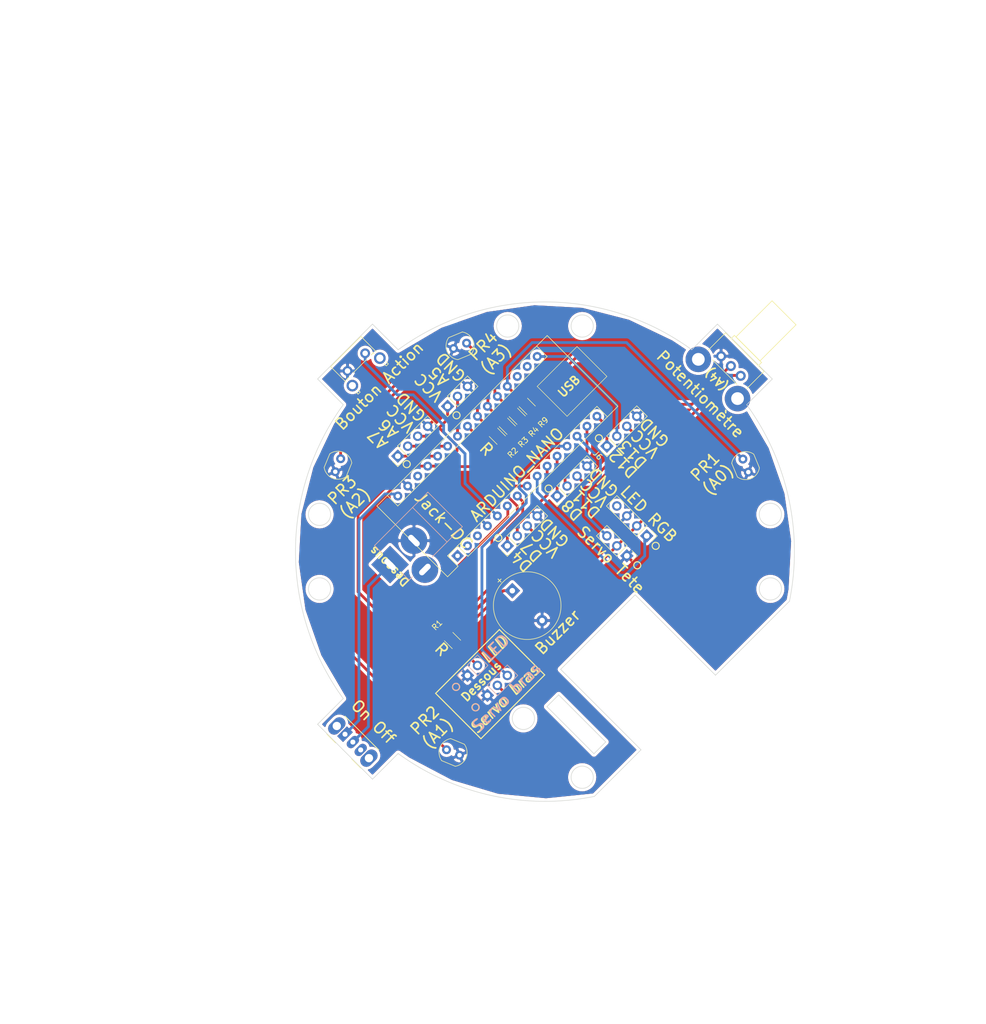
<source format=kicad_pcb>
(kicad_pcb (version 4) (host pcbnew 4.0.7)
  (layers (0 F.Cu signal) (31 B.Cu signal) (34 B.Paste user) (35 F.Paste user) (36 B.SilkS user) (37 F.SilkS user) (38 B.Mask user) (39 F.Mask user) (44 Edge.Cuts user))
  (net 0 "")
  (net 1 "Net-(ARDUINO1-Pad19)")
  (net 2 GND)
  (net 3 "Net-(ARDUINO1-Pad20)")
  (net 4 "Net-(ARDUINO1-Pad5)")
  (net 5 "Net-(ARDUINO1-Pad21)")
  (net 6 "Net-(ARDUINO1-Pad6)")
  (net 7 "Net-(ARDUINO1-Pad22)")
  (net 8 "Net-(ARDUINO1-Pad7)")
  (net 9 "Net-(ARDUINO1-Pad23)")
  (net 10 "Net-(ARDUINO1-Pad8)")
  (net 11 "Net-(ARDUINO1-Pad24)")
  (net 12 "Net-(ARDUINO1-Pad9)")
  (net 13 "Net-(ARDUINO1-Pad25)")
  (net 14 "Net-(ARDUINO1-Pad10)")
  (net 15 "Net-(ARDUINO1-Pad26)")
  (net 16 "Net-(ARDUINO1-Pad11)")
  (net 17 VCC)
  (net 18 "Net-(ARDUINO1-Pad12)")
  (net 19 "Net-(ARDUINO1-Pad13)")
  (net 20 "Net-(ARDUINO1-Pad14)")
  (net 21 "Net-(ARDUINO1-Pad30)")
  (net 22 "Net-(ARDUINO1-Pad15)")
  (net 23 "Net-(ARDUINO1-Pad16)")
  (net 24 "Net-(J4-Pad2)")
  (net 25 "Net-(J8-Pad1)")
  (module Pin_Headers:Pin_Header_Straight_1x03_Pitch2.54mm (layer F.Cu) (at 201.355852 101.295863 225)
    (fp_text reference J1 hide)
    (fp_text value "Servo Tete" (at 2.54 1.524 315) (layer F.SilkS) (effects (font (size 2 2) (thickness 0.3))))
    (fp_line (start -1.33 6.41) (end 1.33 6.41) (layer F.SilkS) (width 0.12))
    (fp_line (start -1.33 1.27) (end -1.33 6.41) (layer F.SilkS) (width 0.12))
    (fp_line (start 1.33 1.27) (end 1.33 6.41) (layer F.SilkS) (width 0.12))
    (fp_line (start -1.33 1.27) (end 1.33 1.27) (layer F.SilkS) (width 0.12))
    (fp_line (start -1.33 0) (end -1.33 -1.33) (layer F.SilkS) (width 0.12))
    (fp_line (start -1.33 -1.33) (end 0 -1.33) (layer F.SilkS) (width 0.12))
    (pad 1 thru_hole rect (at 0 0 225) (size 1.7 1.7) (drill 1) (layers *.Cu *.Mask) (net 2 GND))
    (pad 2 thru_hole oval (at 0 2.54 225) (size 1.7 1.7) (drill 1) (layers *.Cu *.Mask) (net 17 VCC))
    (pad 3 thru_hole oval (at 0 5.08 225) (size 1.7 1.7) (drill 1) (layers *.Cu *.Mask) (net 19 "Net-(ARDUINO1-Pad13)"))
  )
  (module Pin_Headers:Pin_Header_Straight_1x03_Pitch2.54mm (layer B.Cu) (at 176.211135 126.440581 315)
    (fp_text reference J2 hide)
    (fp_text value "Servo bras" (at 2.667 -1.778 405) (layer F.SilkS) (effects (font (size 2 2) (thickness 0.3) italic)))
    (fp_line (start -1.33 -6.41) (end 1.33 -6.41) (layer B.SilkS) (width 0.12))
    (fp_line (start -1.33 -1.27) (end -1.33 -6.41) (layer B.SilkS) (width 0.12))
    (fp_line (start 1.33 -1.27) (end 1.33 -6.41) (layer B.SilkS) (width 0.12))
    (fp_line (start -1.33 -1.27) (end 1.33 -1.27) (layer B.SilkS) (width 0.12))
    (fp_line (start -1.33 0) (end -1.33 1.33) (layer B.SilkS) (width 0.12))
    (fp_line (start -1.33 1.33) (end 0 1.33) (layer B.SilkS) (width 0.12))
    (pad 1 thru_hole rect (at 0 0 315) (size 1.7 1.7) (drill 1) (layers *.Cu *.Mask) (net 2 GND))
    (pad 2 thru_hole oval (at 0 -2.54 315) (size 1.7 1.7) (drill 1) (layers *.Cu *.Mask) (net 17 VCC))
    (pad 3 thru_hole oval (at 0 -5.08 315) (size 1.7 1.7) (drill 1) (layers *.Cu *.Mask) (net 18 "Net-(ARDUINO1-Pad12)"))
  )
  (module Pin_Headers:Pin_Header_Straight_1x04_Pitch2.54mm (layer F.Cu) (at 204.947954 97.703761 225)
    (fp_text reference J3 hide)
    (fp_text value "LED RGB" (at -3.048 2.54 315) (layer F.SilkS) (effects (font (size 2 2) (thickness 0.3))))
    (fp_line (start -1.33 8.95) (end 1.33 8.95) (layer F.SilkS) (width 0.12))
    (fp_line (start -1.33 1.27) (end -1.33 8.95) (layer F.SilkS) (width 0.12))
    (fp_line (start 1.33 1.27) (end 1.33 8.95) (layer F.SilkS) (width 0.12))
    (fp_line (start -1.33 1.27) (end 1.33 1.27) (layer F.SilkS) (width 0.12))
    (fp_line (start -1.33 0) (end -1.33 -1.33) (layer F.SilkS) (width 0.12))
    (fp_line (start -1.33 -1.33) (end 0 -1.33) (layer F.SilkS) (width 0.12))
    (pad 1 thru_hole rect (at 0 0 225) (size 1.7 1.7) (drill 1) (layers *.Cu *.Mask) (net 12 "Net-(ARDUINO1-Pad9)"))
    (pad 2 thru_hole oval (at 0 2.54 225) (size 1.7 1.7) (drill 1) (layers *.Cu *.Mask) (net 17 VCC))
    (pad 3 thru_hole oval (at 0 5.08 225) (size 1.7 1.7) (drill 1) (layers *.Cu *.Mask) (net 2 GND))
    (pad 4 thru_hole oval (at 0 7.62 225) (size 1.7 1.7) (drill 1) (layers *.Cu *.Mask))
  )
  (module Pin_Headers:Pin_Header_Straight_1x02_Pitch2.54mm (layer B.Cu) (at 172.619033 122.848478 315)
    (fp_text reference J4 hide)
    (fp_text value LED (at 0.127 -6.731 405) (layer F.SilkS) (effects (font (size 2 2) (thickness 0.3) italic)))
    (fp_line (start -1.33 -3.87) (end 1.33 -3.87) (layer B.SilkS) (width 0.12))
    (fp_line (start -1.33 -1.27) (end -1.33 -3.87) (layer B.SilkS) (width 0.12))
    (fp_line (start 1.33 -1.27) (end 1.33 -3.87) (layer B.SilkS) (width 0.12))
    (fp_line (start -1.33 -1.27) (end 1.33 -1.27) (layer B.SilkS) (width 0.12))
    (fp_line (start -1.33 0) (end -1.33 1.33) (layer B.SilkS) (width 0.12))
    (fp_line (start -1.33 1.33) (end 0 1.33) (layer B.SilkS) (width 0.12))
    (pad 1 thru_hole rect (at 0 0 315) (size 1.7 1.7) (drill 1) (layers *.Cu *.Mask) (net 2 GND))
    (pad 2 thru_hole oval (at 0 -2.54 315) (size 1.7 1.7) (drill 1) (layers *.Cu *.Mask) (net 24 "Net-(J4-Pad2)"))
  )
  (module Pin_Headers:Pin_Header_Straight_1x04_Pitch2.54mm (layer F.Cu) (at 188.783494 90.519556 135)
    (fp_text reference J5 hide)
    (fp_text value D8-D11 hide)
    (fp_line (start -1.33 8.95) (end 1.33 8.95) (layer F.SilkS) (width 0.12))
    (fp_line (start -1.33 1.27) (end -1.33 8.95) (layer F.SilkS) (width 0.12))
    (fp_line (start 1.33 1.27) (end 1.33 8.95) (layer F.SilkS) (width 0.12))
    (fp_line (start -1.33 1.27) (end 1.33 1.27) (layer F.SilkS) (width 0.12))
    (fp_line (start -1.33 0) (end -1.33 -1.33) (layer F.SilkS) (width 0.12))
    (fp_line (start -1.33 -1.33) (end 0 -1.33) (layer F.SilkS) (width 0.12))
    (pad 1 thru_hole rect (at 0 0 135) (size 1.7 1.7) (drill 1) (layers *.Cu *.Mask) (net 16 "Net-(ARDUINO1-Pad11)"))
    (pad 2 thru_hole oval (at 0 2.54 135) (size 1.7 1.7) (drill 1) (layers *.Cu *.Mask) (net 20 "Net-(ARDUINO1-Pad14)"))
    (pad 3 thru_hole oval (at 0 5.08 135) (size 1.7 1.7) (drill 1) (layers *.Cu *.Mask) (net 17 VCC))
    (pad 4 thru_hole oval (at 0 7.62 135) (size 1.7 1.7) (drill 1) (layers *.Cu *.Mask) (net 2 GND))
  )
  (module Pin_Headers:Pin_Header_Straight_1x04_Pitch2.54mm (layer F.Cu) (at 197.76375 81.539299 135)
    (fp_text reference J6 (at 0 -2.33 135) (layer F.SilkS))
    (fp_text value D12-D13 hide)
    (fp_line (start -1.33 8.95) (end 1.33 8.95) (layer F.SilkS) (width 0.12))
    (fp_line (start -1.33 1.27) (end -1.33 8.95) (layer F.SilkS) (width 0.12))
    (fp_line (start 1.33 1.27) (end 1.33 8.95) (layer F.SilkS) (width 0.12))
    (fp_line (start -1.33 1.27) (end 1.33 1.27) (layer F.SilkS) (width 0.12))
    (fp_line (start -1.33 0) (end -1.33 -1.33) (layer F.SilkS) (width 0.12))
    (fp_line (start -1.33 -1.33) (end 0 -1.33) (layer F.SilkS) (width 0.12))
    (pad 1 thru_hole rect (at 0 0 135) (size 1.7 1.7) (drill 1) (layers *.Cu *.Mask) (net 22 "Net-(ARDUINO1-Pad15)"))
    (pad 2 thru_hole oval (at 0 2.54 135) (size 1.7 1.7) (drill 1) (layers *.Cu *.Mask) (net 23 "Net-(ARDUINO1-Pad16)"))
    (pad 3 thru_hole oval (at 0 5.08 135) (size 1.7 1.7) (drill 1) (layers *.Cu *.Mask) (net 17 VCC))
    (pad 4 thru_hole oval (at 0 7.62 135) (size 1.7 1.7) (drill 1) (layers *.Cu *.Mask) (net 2 GND))
  )
  (module Buttons_Switches_THT:SW_Tactile_SPST_Angled_PTS645Vx83-2LFS (layer F.Cu) (at 150.976616 67.979113 45)
    (fp_text reference J7 hide)
    (fp_text value "Bouton Action" (at 2.159 5.969 45) (layer F.SilkS) (effects (font (size 2 2) (thickness 0.3))))
    (fp_line (start -1.09 0.97) (end -1.09 1.2) (layer F.SilkS) (width 0.12))
    (fp_line (start -1.61 -2.7) (end 6.11 -2.7) (layer F.SilkS) (width 0.12))
    (fp_line (start 6.11 -2.7) (end 6.11 1.2) (layer F.SilkS) (width 0.12))
    (fp_line (start -1.61 4.31) (end -1.09 4.31) (layer F.SilkS) (width 0.12))
    (fp_line (start -1.61 -2.7) (end -1.61 1.2) (layer F.SilkS) (width 0.12))
    (fp_line (start 5.59 0.97) (end 5.59 1.2) (layer F.SilkS) (width 0.12))
    (fp_line (start -1.09 3.8) (end -1.09 4.31) (layer F.SilkS) (width 0.12))
    (fp_line (start -1.61 3.8) (end -1.61 4.31) (layer F.SilkS) (width 0.12))
    (fp_line (start 5.05 0.97) (end 5.59 0.97) (layer F.SilkS) (width 0.12))
    (fp_line (start 5.59 3.8) (end 5.59 4.31) (layer F.SilkS) (width 0.12))
    (fp_line (start 5.59 4.31) (end 6.11 4.31) (layer F.SilkS) (width 0.12))
    (fp_line (start 6.11 3.8) (end 6.11 4.31) (layer F.SilkS) (width 0.12))
    (fp_line (start -1.09 0.97) (end -0.55 0.97) (layer F.SilkS) (width 0.12))
    (fp_line (start 0.55 0.97) (end 3.95 0.97) (layer F.SilkS) (width 0.12))
    (pad "" thru_hole circle (at 5.76 2.49 45) (size 2.1 2.1) (drill 1.3) (layers *.Cu *.Mask))
    (pad 2 thru_hole circle (at 4.5 0 45) (size 1.75 1.75) (drill 0.99) (layers *.Cu *.Mask) (net 4 "Net-(ARDUINO1-Pad5)"))
    (pad 1 thru_hole circle (at 0 0 45) (size 1.75 1.75) (drill 0.99) (layers *.Cu *.Mask) (net 2 GND))
    (pad "" thru_hole circle (at -1.25 2.49 45) (size 2.1 2.1) (drill 1.3) (layers *.Cu *.Mask))
  )
  (module Connectors:JACK_ALIM (layer B.Cu) (at 158.6484 102.87 225)
    (fp_text reference J8 hide)
    (fp_text value Jack-DC (at -12.446 -1.143 315) (layer F.SilkS) (effects (font (size 2 2) (thickness 0.3) italic)))
    (fp_line (start -10.15 4.4) (end -10.15 -4.4) (layer B.SilkS) (width 0.12))
    (fp_line (start -6.35 -4.4) (end -14.05 -4.4) (layer B.SilkS) (width 0.12))
    (fp_line (start -14.05 -4.4) (end -14.05 4.4) (layer B.SilkS) (width 0.12))
    (fp_line (start -14.05 4.4) (end -13.85 4.4) (layer B.SilkS) (width 0.12))
    (fp_line (start -0.45 -2.55) (end -0.45 -4.4) (layer B.SilkS) (width 0.12))
    (fp_line (start -0.45 -4.4) (end -1.3 -4.4) (layer B.SilkS) (width 0.12))
    (fp_line (start -13.95 4.4) (end -0.45 4.4) (layer B.SilkS) (width 0.12))
    (fp_line (start -0.45 4.4) (end -0.45 2.55) (layer B.SilkS) (width 0.12))
    (pad 2 thru_hole circle (at -6.1 0 225) (size 4.8 4.8) (drill oval 1.02 2.54) (layers *.Cu *.Mask) (net 2 GND))
    (pad 1 thru_hole rect (at 0 0 225) (size 4.8 4.8) (drill oval 1.02 2.54) (layers *.Cu *.Mask) (net 25 "Net-(J8-Pad1)"))
    (pad 3 thru_hole circle (at -3.81 -5.08 225) (size 4.8 4.8) (drill oval 2.54 1.02) (layers *.Cu *.Mask))
  )
  (module Buttons_Switches_THT:SW_CuK_OS102011MA1QN1_SPDT_Angled (layer F.Cu) (at 150.527603 133.44518 315)
    (fp_text reference J9 hide)
    (fp_text value "On Off" (at 2.032 -5.207 315) (layer F.SilkS) (effects (font (size 2 2) (thickness 0.3))))
    (fp_line (start -2.3 -2.3) (end 6.3 -2.3) (layer F.SilkS) (width 0.15))
    (fp_line (start -2.3 2.3) (end -0.1 2.3) (layer F.SilkS) (width 0.15))
    (fp_line (start 4 2.3) (end 6.3 2.3) (layer F.SilkS) (width 0.15))
    (pad 1 thru_hole rect (at 0 0 315) (size 1.5 2.5) (drill 0.9) (layers *.Cu *.Mask) (net 21 "Net-(ARDUINO1-Pad30)"))
    (pad 2 thru_hole oval (at 2 0 315) (size 1.5 2.5) (drill 0.9) (layers *.Cu *.Mask) (net 25 "Net-(J8-Pad1)"))
    (pad 3 thru_hole oval (at 4 0 315) (size 1.5 2.5) (drill 0.9) (layers *.Cu *.Mask))
    (pad "" thru_hole oval (at -2.1 0 315) (size 2.2 3.5) (drill 1.5) (layers *.Cu *.Mask))
    (pad "" thru_hole oval (at 6.1 0 315) (size 2.2 3.5) (drill 1.5) (layers *.Cu *.Mask))
  )
  (module Pin_Headers:Pin_Header_Straight_1x04_Pitch2.54mm (layer F.Cu) (at 160.046675 83.335351 135)
    (fp_text reference J10 hide)
    (fp_text value A6-A7 hide)
    (fp_line (start -1.33 8.95) (end 1.33 8.95) (layer F.SilkS) (width 0.12))
    (fp_line (start -1.33 1.27) (end -1.33 8.95) (layer F.SilkS) (width 0.12))
    (fp_line (start 1.33 1.27) (end 1.33 8.95) (layer F.SilkS) (width 0.12))
    (fp_line (start -1.33 1.27) (end 1.33 1.27) (layer F.SilkS) (width 0.12))
    (fp_line (start -1.33 0) (end -1.33 -1.33) (layer F.SilkS) (width 0.12))
    (fp_line (start -1.33 -1.33) (end 0 -1.33) (layer F.SilkS) (width 0.12))
    (pad 1 thru_hole rect (at 0 0 135) (size 1.7 1.7) (drill 1) (layers *.Cu *.Mask) (net 15 "Net-(ARDUINO1-Pad26)"))
    (pad 2 thru_hole oval (at 0 2.54 135) (size 1.7 1.7) (drill 1) (layers *.Cu *.Mask) (net 13 "Net-(ARDUINO1-Pad25)"))
    (pad 3 thru_hole oval (at 0 5.08 135) (size 1.7 1.7) (drill 1) (layers *.Cu *.Mask) (net 17 VCC))
    (pad 4 thru_hole oval (at 0 7.62 135) (size 1.7 1.7) (drill 1) (layers *.Cu *.Mask) (net 2 GND))
  )
  (module Resistors_SMD:R_1206_HandSoldering (layer F.Cu) (at 169.924956 116.562299 315)
    (fp_text reference R1 (at -3.937 0 405) (layer F.SilkS))
    (fp_text value R (at -0.254 2.54 315) (layer F.SilkS) (effects (font (size 2 2) (thickness 0.3))))
    (fp_line (start 1 1.07) (end -1 1.07) (layer F.SilkS) (width 0.12))
    (fp_line (start -1 -1.07) (end 1 -1.07) (layer F.SilkS) (width 0.12))
    (pad 1 smd rect (at -2 0 315) (size 2 1.7) (layers F.Cu F.Paste F.Mask) (net 10 "Net-(ARDUINO1-Pad8)"))
    (pad 2 smd rect (at 2 0 315) (size 2 1.7) (layers F.Cu F.Paste F.Mask) (net 24 "Net-(J4-Pad2)"))
  )
  (module Opto-Devices:Resistor_LDR_4.9x4.2_RM2.54 (layer F.Cu) (at 170.104561 63.937998 22.5)
    (fp_text reference R5 hide)
    (fp_text value R_PHOTO hide)
    (fp_line (start -0.05 2.15) (end 2.6 2.15) (layer F.SilkS) (width 0.12))
    (fp_line (start -0.05 -2.15) (end 2.6 -2.15) (layer F.SilkS) (width 0.12))
    (fp_arc (start 1.25 0) (end -0.05 2.15) (angle 117) (layer F.SilkS) (width 0.12))
    (fp_arc (start 1.25 0) (end 2.6 -2.15) (angle 115) (layer F.SilkS) (width 0.12))
    (pad 1 thru_hole circle (at 0 0 22.5) (size 1.6 1.6) (drill 0.8) (layers *.Cu *.Mask) (net 2 GND))
    (pad 2 thru_hole circle (at 2.54 0 22.5) (size 1.6 1.6) (drill 0.8) (layers *.Cu *.Mask) (net 7 "Net-(ARDUINO1-Pad22)"))
  )
  (module Opto-Devices:Resistor_LDR_4.9x4.2_RM2.54 (layer F.Cu) (at 148.769735 86.14398 67.5)
    (fp_text reference R6 hide)
    (fp_text value R_PHOTO hide)
    (fp_line (start -0.05 2.15) (end 2.6 2.15) (layer F.SilkS) (width 0.12))
    (fp_line (start -0.05 -2.15) (end 2.6 -2.15) (layer F.SilkS) (width 0.12))
    (fp_arc (start 1.25 0) (end -0.05 2.15) (angle 117) (layer F.SilkS) (width 0.12))
    (fp_arc (start 1.25 0) (end 2.6 -2.15) (angle 115) (layer F.SilkS) (width 0.12))
    (pad 1 thru_hole circle (at 0 0 67.5) (size 1.6 1.6) (drill 0.8) (layers *.Cu *.Mask) (net 2 GND))
    (pad 2 thru_hole circle (at 2.54 0 67.5) (size 1.6 1.6) (drill 0.8) (layers *.Cu *.Mask) (net 5 "Net-(ARDUINO1-Pad21)"))
  )
  (module Opto-Devices:Resistor_LDR_4.9x4.2_RM2.54 (layer F.Cu) (at 171.182192 137.216887 157.5)
    (fp_text reference R7 hide)
    (fp_text value R_PHOTO hide)
    (fp_line (start -0.05 2.15) (end 2.6 2.15) (layer F.SilkS) (width 0.12))
    (fp_line (start -0.05 -2.15) (end 2.6 -2.15) (layer F.SilkS) (width 0.12))
    (fp_arc (start 1.25 0) (end -0.05 2.15) (angle 117) (layer F.SilkS) (width 0.12))
    (fp_arc (start 1.25 0) (end 2.6 -2.15) (angle 115) (layer F.SilkS) (width 0.12))
    (pad 1 thru_hole circle (at 0 0 157.5) (size 1.6 1.6) (drill 0.8) (layers *.Cu *.Mask) (net 2 GND))
    (pad 2 thru_hole circle (at 2.54 0 157.5) (size 1.6 1.6) (drill 0.8) (layers *.Cu *.Mask) (net 3 "Net-(ARDUINO1-Pad20)"))
  )
  (module Opto-Devices:Resistor_LDR_4.9x4.2_RM2.54 (layer F.Cu) (at 223.267678 86.209033 112.5)
    (fp_text reference R8 hide)
    (fp_text value R_PHOTO hide)
    (fp_line (start -0.05 2.15) (end 2.6 2.15) (layer F.SilkS) (width 0.12))
    (fp_line (start -0.05 -2.15) (end 2.6 -2.15) (layer F.SilkS) (width 0.12))
    (fp_arc (start 1.25 0) (end -0.05 2.15) (angle 117) (layer F.SilkS) (width 0.12))
    (fp_arc (start 1.25 0) (end 2.6 -2.15) (angle 115) (layer F.SilkS) (width 0.12))
    (pad 1 thru_hole circle (at 0 0 112.5) (size 1.6 1.6) (drill 0.8) (layers *.Cu *.Mask) (net 2 GND))
    (pad 2 thru_hole circle (at 2.54 0 112.5) (size 1.6 1.6) (drill 0.8) (layers *.Cu *.Mask) (net 1 "Net-(ARDUINO1-Pad19)"))
  )
  (module Pin_Headers:Pin_Header_Straight_1x03_Pitch2.54mm (layer F.Cu) (at 169.026931 74.355095 135)
    (fp_text reference J11 hide)
    (fp_text value A5 hide)
    (fp_line (start -1.33 6.41) (end 1.33 6.41) (layer F.SilkS) (width 0.12))
    (fp_line (start -1.33 1.27) (end -1.33 6.41) (layer F.SilkS) (width 0.12))
    (fp_line (start 1.33 1.27) (end 1.33 6.41) (layer F.SilkS) (width 0.12))
    (fp_line (start -1.33 1.27) (end 1.33 1.27) (layer F.SilkS) (width 0.12))
    (fp_line (start -1.33 0) (end -1.33 -1.33) (layer F.SilkS) (width 0.12))
    (fp_line (start -1.33 -1.33) (end 0 -1.33) (layer F.SilkS) (width 0.12))
    (pad 1 thru_hole rect (at 0 0 135) (size 1.7 1.7) (drill 1) (layers *.Cu *.Mask) (net 17 VCC))
    (pad 2 thru_hole oval (at 0 2.54 135) (size 1.7 1.7) (drill 1) (layers *.Cu *.Mask) (net 11 "Net-(ARDUINO1-Pad24)"))
    (pad 3 thru_hole oval (at 0 5.08 135) (size 1.7 1.7) (drill 1) (layers *.Cu *.Mask) (net 2 GND))
  )
  (module Buzzers_Beepers:Buzzer_12x9.5RM7.6 (layer F.Cu) (at 180.701264 107.582042 315)
    (fp_text reference BZ1 hide)
    (fp_text value Buzzer (at 11.049 -0.508 405) (layer F.SilkS) (effects (font (size 2 2) (thickness 0.3))))
    (fp_text user + (at -2.921 0.254 315) (layer F.SilkS))
    (fp_circle (center 3.8 0) (end 9.9 0) (layer F.SilkS) (width 0.12))
    (pad 1 thru_hole rect (at 0 0 315) (size 2 2) (drill 1) (layers *.Cu *.Mask) (net 6 "Net-(ARDUINO1-Pad6)"))
    (pad 2 thru_hole circle (at 7.6 0 315) (size 2 2) (drill 1) (layers *.Cu *.Mask) (net 2 GND))
  )
  (module Pin_Headers:Pin_Header_Straight_1x04_Pitch2.54mm (layer F.Cu) (at 179.803238 99.499811 135)
    (fp_text reference J12 hide)
    (fp_text value D4-D7 hide)
    (fp_line (start -1.33 8.95) (end 1.33 8.95) (layer F.SilkS) (width 0.12))
    (fp_line (start -1.33 1.27) (end -1.33 8.95) (layer F.SilkS) (width 0.12))
    (fp_line (start 1.33 1.27) (end 1.33 8.95) (layer F.SilkS) (width 0.12))
    (fp_line (start -1.33 1.27) (end 1.33 1.27) (layer F.SilkS) (width 0.12))
    (fp_line (start -1.33 0) (end -1.33 -1.33) (layer F.SilkS) (width 0.12))
    (fp_line (start -1.33 -1.33) (end 0 -1.33) (layer F.SilkS) (width 0.12))
    (pad 1 thru_hole rect (at 0 0 135) (size 1.7 1.7) (drill 1) (layers *.Cu *.Mask) (net 8 "Net-(ARDUINO1-Pad7)"))
    (pad 2 thru_hole oval (at 0 2.54 135) (size 1.7 1.7) (drill 1) (layers *.Cu *.Mask) (net 14 "Net-(ARDUINO1-Pad10)"))
    (pad 3 thru_hole oval (at 0 5.08 135) (size 1.7 1.7) (drill 1) (layers *.Cu *.Mask) (net 17 VCC))
    (pad 4 thru_hole oval (at 0 7.62 135) (size 1.7 1.7) (drill 1) (layers *.Cu *.Mask) (net 2 GND))
  )
  (module Resistors_SMD:R_1206_HandSoldering (layer F.Cu) (at 178.007186 79.743249 135)
    (fp_text reference R2 (at -4.064 -0.127 225) (layer F.SilkS))
    (fp_text value R (at -0.254 -3.048 135) (layer F.SilkS) (effects (font (size 2 2) (thickness 0.3))))
    (fp_line (start 1 1.07) (end -1 1.07) (layer F.SilkS) (width 0.12))
    (fp_line (start -1 -1.07) (end 1 -1.07) (layer F.SilkS) (width 0.12))
    (pad 1 smd rect (at -2 0 135) (size 2 1.7) (layers F.Cu F.Paste F.Mask) (net 17 VCC))
    (pad 2 smd rect (at 2 0 135) (size 2 1.7) (layers F.Cu F.Paste F.Mask) (net 7 "Net-(ARDUINO1-Pad22)"))
  )
  (module Resistors_SMD:R_1206_HandSoldering (layer F.Cu) (at 179.803237 77.947198 135)
    (fp_text reference R3 (at -4.064 0 225) (layer F.SilkS))
    (fp_text value R hide)
    (fp_line (start 1 1.07) (end -1 1.07) (layer F.SilkS) (width 0.12))
    (fp_line (start -1 -1.07) (end 1 -1.07) (layer F.SilkS) (width 0.12))
    (pad 1 smd rect (at -2 0 135) (size 2 1.7) (layers F.Cu F.Paste F.Mask) (net 17 VCC))
    (pad 2 smd rect (at 2 0 135) (size 2 1.7) (layers F.Cu F.Paste F.Mask) (net 5 "Net-(ARDUINO1-Pad21)"))
  )
  (module Resistors_SMD:R_1206_HandSoldering (layer F.Cu) (at 181.599289 76.151146 135)
    (fp_text reference R4 (at -4.064 0.127 225) (layer F.SilkS))
    (fp_text value R hide)
    (fp_line (start 1 1.07) (end -1 1.07) (layer F.SilkS) (width 0.12))
    (fp_line (start -1 -1.07) (end 1 -1.07) (layer F.SilkS) (width 0.12))
    (pad 1 smd rect (at -2 0 135) (size 2 1.7) (layers F.Cu F.Paste F.Mask) (net 17 VCC))
    (pad 2 smd rect (at 2 0 135) (size 2 1.7) (layers F.Cu F.Paste F.Mask) (net 3 "Net-(ARDUINO1-Pad20)"))
  )
  (module Resistors_SMD:R_1206_HandSoldering (layer F.Cu) (at 183.39534 74.355095 135)
    (fp_text reference R9 (at -4.064 0 225) (layer F.SilkS))
    (fp_text value R hide)
    (fp_line (start 1 1.07) (end -1 1.07) (layer F.SilkS) (width 0.12))
    (fp_line (start -1 -1.07) (end 1 -1.07) (layer F.SilkS) (width 0.12))
    (pad 1 smd rect (at -2 0 135) (size 2 1.7) (layers F.Cu F.Paste F.Mask) (net 17 VCC))
    (pad 2 smd rect (at 2 0 135) (size 2 1.7) (layers F.Cu F.Paste F.Mask) (net 1 "Net-(ARDUINO1-Pad19)"))
  )
  (module libCompoPerso:Arduino_Nano (layer F.Cu) (at 170.822982 101.295863 135)
    (fp_text reference ARDUINO1 hide)
    (fp_text value ARDUINO_NANO (at 2.794 17.907 225) (layer F.SilkS) (effects (font (size 2 2) (thickness 0.3))))
    (fp_line (start 3.81 41.91) (end 3.81 31.75) (layer F.SilkS) (width 0.1))
    (fp_line (start 11.43 41.91) (end 3.81 41.91) (layer F.SilkS) (width 0.1))
    (fp_line (start 11.43 31.75) (end 11.43 41.91) (layer F.SilkS) (width 0.1))
    (fp_line (start 3.81 31.75) (end 11.43 31.75) (layer F.SilkS) (width 0.1))
    (fp_line (start 1.27 1.27) (end 1.27 -1.27) (layer F.SilkS) (width 0.12))
    (fp_line (start 1.27 -1.27) (end -1.4 -1.27) (layer F.SilkS) (width 0.12))
    (fp_line (start -1.4 1.27) (end -1.4 39.5) (layer F.SilkS) (width 0.12))
    (fp_line (start -1.4 -3.94) (end -1.4 -1.27) (layer F.SilkS) (width 0.12))
    (fp_line (start 13.97 -1.27) (end 16.64 -1.27) (layer F.SilkS) (width 0.12))
    (fp_line (start 13.97 -1.27) (end 13.97 36.83) (layer F.SilkS) (width 0.12))
    (fp_line (start 13.97 36.83) (end 16.64 36.83) (layer F.SilkS) (width 0.12))
    (fp_line (start 1.27 1.27) (end -1.4 1.27) (layer F.SilkS) (width 0.12))
    (fp_line (start 1.27 1.27) (end 1.27 36.83) (layer F.SilkS) (width 0.12))
    (fp_line (start 1.27 36.83) (end -1.4 36.83) (layer F.SilkS) (width 0.12))
    (fp_line (start -1.4 39.5) (end 16.64 39.5) (layer F.SilkS) (width 0.12))
    (fp_line (start 16.64 39.5) (end 16.64 -3.94) (layer F.SilkS) (width 0.12))
    (fp_line (start 16.64 -3.94) (end -1.4 -3.94) (layer F.SilkS) (width 0.12))
    (pad 1 thru_hole rect (at 0 0 135) (size 1.6 1.6) (drill 0.8) (layers *.Cu *.Mask))
    (pad 17 thru_hole oval (at 15.24 33.02 135) (size 1.6 1.6) (drill 0.8) (layers *.Cu *.Mask))
    (pad 2 thru_hole oval (at 0 2.54 135) (size 1.6 1.6) (drill 0.8) (layers *.Cu *.Mask))
    (pad 18 thru_hole oval (at 15.24 30.48 135) (size 1.6 1.6) (drill 0.8) (layers *.Cu *.Mask))
    (pad 3 thru_hole oval (at 0 5.08 135) (size 1.6 1.6) (drill 0.8) (layers *.Cu *.Mask))
    (pad 19 thru_hole oval (at 15.24 27.94 135) (size 1.6 1.6) (drill 0.8) (layers *.Cu *.Mask) (net 1 "Net-(ARDUINO1-Pad19)"))
    (pad 4 thru_hole oval (at 0 7.62 135) (size 1.6 1.6) (drill 0.8) (layers *.Cu *.Mask) (net 2 GND))
    (pad 20 thru_hole oval (at 15.24 25.4 135) (size 1.6 1.6) (drill 0.8) (layers *.Cu *.Mask) (net 3 "Net-(ARDUINO1-Pad20)"))
    (pad 5 thru_hole oval (at 0 10.16 135) (size 1.6 1.6) (drill 0.8) (layers *.Cu *.Mask) (net 4 "Net-(ARDUINO1-Pad5)"))
    (pad 21 thru_hole oval (at 15.24 22.86 135) (size 1.6 1.6) (drill 0.8) (layers *.Cu *.Mask) (net 5 "Net-(ARDUINO1-Pad21)"))
    (pad 6 thru_hole oval (at 0 12.7 135) (size 1.6 1.6) (drill 0.8) (layers *.Cu *.Mask) (net 6 "Net-(ARDUINO1-Pad6)"))
    (pad 22 thru_hole oval (at 15.24 20.32 135) (size 1.6 1.6) (drill 0.8) (layers *.Cu *.Mask) (net 7 "Net-(ARDUINO1-Pad22)"))
    (pad 7 thru_hole oval (at 0 15.24 135) (size 1.6 1.6) (drill 0.8) (layers *.Cu *.Mask) (net 8 "Net-(ARDUINO1-Pad7)"))
    (pad 23 thru_hole oval (at 15.24 17.78 135) (size 1.6 1.6) (drill 0.8) (layers *.Cu *.Mask) (net 9 "Net-(ARDUINO1-Pad23)"))
    (pad 8 thru_hole oval (at 0 17.78 135) (size 1.6 1.6) (drill 0.8) (layers *.Cu *.Mask) (net 10 "Net-(ARDUINO1-Pad8)"))
    (pad 24 thru_hole oval (at 15.24 15.24 135) (size 1.6 1.6) (drill 0.8) (layers *.Cu *.Mask) (net 11 "Net-(ARDUINO1-Pad24)"))
    (pad 9 thru_hole oval (at 0 20.32 135) (size 1.6 1.6) (drill 0.8) (layers *.Cu *.Mask) (net 12 "Net-(ARDUINO1-Pad9)"))
    (pad 25 thru_hole oval (at 15.24 12.7 135) (size 1.6 1.6) (drill 0.8) (layers *.Cu *.Mask) (net 13 "Net-(ARDUINO1-Pad25)"))
    (pad 10 thru_hole oval (at 0 22.86 135) (size 1.6 1.6) (drill 0.8) (layers *.Cu *.Mask) (net 14 "Net-(ARDUINO1-Pad10)"))
    (pad 26 thru_hole oval (at 15.24 10.16 135) (size 1.6 1.6) (drill 0.8) (layers *.Cu *.Mask) (net 15 "Net-(ARDUINO1-Pad26)"))
    (pad 11 thru_hole oval (at 0 25.4 135) (size 1.6 1.6) (drill 0.8) (layers *.Cu *.Mask) (net 16 "Net-(ARDUINO1-Pad11)"))
    (pad 27 thru_hole oval (at 15.24 7.62 135) (size 1.6 1.6) (drill 0.8) (layers *.Cu *.Mask) (net 17 VCC))
    (pad 12 thru_hole oval (at 0 27.94 135) (size 1.6 1.6) (drill 0.8) (layers *.Cu *.Mask) (net 18 "Net-(ARDUINO1-Pad12)"))
    (pad 28 thru_hole oval (at 15.24 5.08 135) (size 1.6 1.6) (drill 0.8) (layers *.Cu *.Mask))
    (pad 13 thru_hole oval (at 0 30.48 135) (size 1.6 1.6) (drill 0.8) (layers *.Cu *.Mask) (net 19 "Net-(ARDUINO1-Pad13)"))
    (pad 29 thru_hole oval (at 15.24 2.54 135) (size 1.6 1.6) (drill 0.8) (layers *.Cu *.Mask) (net 2 GND))
    (pad 14 thru_hole oval (at 0 33.02 135) (size 1.6 1.6) (drill 0.8) (layers *.Cu *.Mask) (net 20 "Net-(ARDUINO1-Pad14)"))
    (pad 30 thru_hole oval (at 15.24 0 135) (size 1.6 1.6) (drill 0.8) (layers *.Cu *.Mask) (net 21 "Net-(ARDUINO1-Pad30)"))
    (pad 15 thru_hole oval (at 0 35.56 135) (size 1.6 1.6) (drill 0.8) (layers *.Cu *.Mask) (net 22 "Net-(ARDUINO1-Pad15)"))
    (pad 16 thru_hole oval (at 15.24 35.56 135) (size 1.6 1.6) (drill 0.8) (layers *.Cu *.Mask) (net 23 "Net-(ARDUINO1-Pad16)"))
  )
  (module Potentiometers:Potentiometer_Bourns_PTV09A-2_Vertical (layer F.Cu) (at 221.8944 68.8594 45)
    (fp_text reference Potentiomètre (at -7.493 -2.794 135) (layer F.SilkS) (effects (font (size 2 2) (thickness 0.3))))
    (fp_text value POT)
    (fp_line (start -0.805 -7.41) (end 3.56 -7.41) (layer F.SilkS) (width 0.12))
    (fp_line (start -0.805 2.41) (end 3.56 2.41) (layer F.SilkS) (width 0.12))
    (fp_line (start -1.56 -5.625) (end -1.56 0.625) (layer F.SilkS) (width 0.12))
    (fp_line (start 3.56 -7.41) (end 3.56 2.41) (layer F.SilkS) (width 0.12))
    (fp_line (start 3.56 -5.96) (end 4.36 -5.96) (layer F.SilkS) (width 0.12))
    (fp_line (start 3.56 0.96) (end 4.36 0.96) (layer F.SilkS) (width 0.12))
    (fp_line (start 3.56 -5.96) (end 3.56 0.96) (layer F.SilkS) (width 0.12))
    (fp_line (start 4.36 -5.96) (end 4.36 0.96) (layer F.SilkS) (width 0.12))
    (fp_line (start 4.36 -5.56) (end 13.56 -5.56) (layer F.SilkS) (width 0.12))
    (fp_line (start 4.36 0.56) (end 13.56 0.56) (layer F.SilkS) (width 0.12))
    (fp_line (start 4.36 -5.56) (end 4.36 0.56) (layer F.SilkS) (width 0.12))
    (fp_line (start 13.56 -5.56) (end 13.56 0.56) (layer F.SilkS) (width 0.12))
    (pad 3 thru_hole circle (at 0 -5 45) (size 1.8 1.8) (drill 1) (layers *.Cu *.Mask) (net 2 GND))
    (pad 2 thru_hole circle (at 0 -2.5 45) (size 1.8 1.8) (drill 1) (layers *.Cu *.Mask) (net 9 "Net-(ARDUINO1-Pad23)"))
    (pad 1 thru_hole circle (at 0 0 45) (size 1.8 1.8) (drill 1) (layers *.Cu *.Mask) (net 17 VCC))
    (pad 0 thru_hole circle (at -3.3 -7.5 45) (size 4.6 4.6) (drill 2.3) (layers *.Cu *.Mask))
    (pad 0 thru_hole circle (at -3.3 2.5 45) (size 4.6 4.6) (drill 2.3) (layers *.Cu *.Mask))
  )
  (gr_circle (center 170.553574 124.913937) (end 171.182191 124.824134) (layer B.SilkS) (width 0.2))
  (gr_circle (center 174.109574 128.596937) (end 174.738191 128.507134) (layer B.SilkS) (width 0.2))
  (gr_text "Servo bras" (at 179.705 126.746 45) (layer B.SilkS) (effects (font (size 2 2) (thickness 0.3))))
  (gr_text LED (at 177.8 117.856 45) (layer B.SilkS) (effects (font (size 2 2) (thickness 0.3))))
  (gr_text "(A4)" (at 217.520313 69.505757 135) (layer F.SilkS) (effects (font (size 1.5 1.5) (thickness 0.3))))
  (gr_text D13 (at 202.433484 82.976141 135) (layer F.SilkS) (effects (font (size 2 2) (thickness 0.3))))
  (gr_text D12 (at 200.727234 84.68239 135) (layer F.SilkS) (effects (font (size 2 2) (thickness 0.3))))
  (gr_text D11 (at 193.992042 91.956397 135) (layer F.SilkS) (effects (font (size 2 2) (thickness 0.3))))
  (gr_text D8 (at 191.477571 93.034027 135) (layer F.SilkS) (effects (font (size 2 2) (thickness 0.3))))
  (gr_text D7 (at 184.203563 100.48764 135) (layer F.SilkS) (effects (font (size 2 2) (thickness 0.3))))
  (gr_text D4 (at 182.407512 102.283691 135) (layer F.SilkS) (effects (font (size 2 2) (thickness 0.3))))
  (gr_text A5 (at 167.410484 68.966942 135) (layer F.SilkS) (effects (font (size 2 2) (thickness 0.3))))
  (gr_text A6 (at 158.340426 78.39621 135) (layer F.SilkS) (effects (font (size 2 2) (thickness 0.3))))
  (gr_text A7 (at 156.454572 80.282064 135) (layer F.SilkS) (effects (font (size 2 2) (thickness 0.3))))
  (gr_text "GND\n" (at 188.334482 97.075143 135) (layer F.SilkS) (effects (font (size 2 2) (thickness 0.3))))
  (gr_text "GND\n" (at 206.384796 79.024828 135) (layer F.SilkS) (effects (font (size 2 2) (thickness 0.3))))
  (gr_text "GND\n" (at 197.224935 88.005084 135) (layer F.SilkS) (effects (font (size 2 2) (thickness 0.3))))
  (gr_text "GND\n" (at 169.655548 67.260692 135) (layer F.SilkS) (effects (font (size 2 2) (thickness 0.3))))
  (gr_text "GND\n" (at 162.471343 74.444898 135) (layer F.SilkS) (effects (font (size 2 2) (thickness 0.3))))
  (gr_text VCC (at 160.58549 76.510356 135) (layer F.SilkS) (effects (font (size 2 2) (thickness 0.3))))
  (gr_text VCC (at 165.614433 70.942598 135) (layer F.SilkS) (effects (font (size 2 2) (thickness 0.3))))
  (gr_text VCC (at 204.678547 81.090287 135) (layer F.SilkS) (effects (font (size 2 2) (thickness 0.3))))
  (gr_text VCC (at 195.518686 89.890938 135) (layer F.SilkS) (effects (font (size 2 2) (thickness 0.3))))
  (gr_text VCC (at 186.718035 99.050799 135) (layer F.SilkS) (effects (font (size 2 2) (thickness 0.3))))
  (gr_text Dessous (at 158.52003 103.181717 135) (layer F.SilkS) (effects (font (size 1.5 1.5) (thickness 0.3))))
  (gr_line (start 177.109161 115.843878) (end 178.366397 114.586642) (angle 90) (layer F.SilkS) (width 0.2))
  (gr_line (start 175.043703 134.253403) (end 166.871669 126.08137) (angle 90) (layer F.SilkS) (width 0.2))
  (gr_line (start 186.53843 122.758676) (end 175.043703 134.253403) (angle 90) (layer F.SilkS) (width 0.2))
  (gr_line (start 178.366397 114.586642) (end 186.53843 122.758676) (angle 90) (layer F.SilkS) (width 0.2))
  (gr_line (start 166.871669 126.08137) (end 177.109161 115.843878) (angle 90) (layer F.SilkS) (width 0.2))
  (gr_text Dessous (at 175.133505 123.926108 45) (layer F.SilkS) (effects (font (size 1.5 1.5) (thickness 0.3))))
  (gr_text USB (at 190.938755 70.762992 45) (layer F.SilkS) (effects (font (size 1.5 1.5) (thickness 0.3))))
  (gr_circle (center 170.643376 75.971541) (end 171.271994 75.881738) (layer F.SilkS) (width 0.2))
  (gr_circle (center 161.66312 84.772192) (end 162.291738 84.682389) (layer F.SilkS) (width 0.2))
  (gr_circle (center 178.186792 98.062971) (end 178.81541 97.973168) (layer F.SilkS) (width 0.2))
  (gr_circle (center 187.25685 89.172517) (end 187.885468 89.082714) (layer F.SilkS) (width 0.2))
  (gr_circle (center 196.326909 80.102459) (end 196.955527 80.012656) (layer F.SilkS) (width 0.2))
  (gr_circle (center 170.553574 124.913937) (end 171.182191 124.824134) (layer F.SilkS) (width 0.2))
  (gr_circle (center 174.055874 128.595842) (end 174.684492 128.506039) (layer F.SilkS) (width 0.2))
  (gr_circle (center 203.241706 103.002112) (end 203.870324 102.912309) (layer F.SilkS) (width 0.2))
  (gr_circle (center 206.564401 99.499812) (end 207.193019 99.410009) (layer F.SilkS) (width 0.2))
  (gr_text "PR4\n(A3)" (at 176.570345 64.656419 45) (layer F.SilkS) (effects (font (size 2 2) (thickness 0.3))))
  (gr_text "PR3\n(A2)" (at 151.156221 90.609359 45) (layer F.SilkS) (effects (font (size 2 2) (thickness 0.3))))
  (gr_text "PR1\n(A0)" (at 216.622288 86.388638 45) (layer F.SilkS) (effects (font (size 2 2) (thickness 0.3))))
  (gr_text "PR2\n(A1)" (at 166.063446 132.098141 45) (layer F.SilkS) (effects (font (size 2 2) (thickness 0.3))))
  (gr_circle (center 227.250952 93.824008) (end 228.665165 92.409794) (layer Edge.Cuts) (width 0.1))
  (gr_circle (center 193.309826 59.882882) (end 194.724039 58.468668) (layer Edge.Cuts) (width 0.1))
  (gr_circle (center 145.933671 107.259036) (end 147.347885 105.844823) (layer Edge.Cuts) (width 0.1))
  (gr_line (start 227.604504 69.428823) (end 222.974527 74.058802) (layer Edge.Cuts) (width 0.1))
  (gr_line (start 213.075031 64.159307) (end 217.70501 59.529328) (layer Edge.Cuts) (width 0.1))
  (gr_line (start 145.580118 69.428824) (end 150.210096 74.058802) (layer Edge.Cuts) (width 0.1))
  (gr_line (start 155.479614 59.529329) (end 160.109592 64.159307) (layer Edge.Cuts) (width 0.1))
  (gr_line (start 217.351457 122.815386) (end 230.697875 109.468967) (layer Edge.Cuts) (width 0.1))
  (gr_line (start 195.519756 144.647085) (end 203.916428 136.250414) (layer Edge.Cuts) (width 0.1))
  (gr_line (start 202.855768 108.319696) (end 217.351457 122.815386) (layer Edge.Cuts) (width 0.1))
  (gr_line (start 203.916428 136.250414) (end 189.420738 121.754725) (layer Edge.Cuts) (width 0.1))
  (gr_line (start 155.479613 141.553715) (end 160.109591 136.923736) (layer Edge.Cuts) (width 0.1))
  (gr_line (start 145.580118 131.65422) (end 150.210096 127.024242) (layer Edge.Cuts) (width 0.1))
  (gr_arc (start 186.592312 100.541522) (end 150.210096 74.058802) (angle -72.10196387) (layer Edge.Cuts) (width 0.1))
  (gr_arc (start 186.592312 100.541522) (end 213.075031 64.159307) (angle -72.10196387) (layer Edge.Cuts) (width 0.1))
  (gr_arc (start 186.592312 100.541522) (end 230.697875 109.468967) (angle -47.49367217) (layer Edge.Cuts) (width 0.1))
  (gr_arc (start 186.592312 100.541522) (end 160.109591 136.923736) (angle -47.49367217) (layer Edge.Cuts) (width 0.1))
  (gr_line (start 189.420738 121.754725) (end 202.855768 108.319696) (layer Edge.Cuts) (width 0.1))
  (gr_line (start 145.580118 131.65422) (end 155.479613 141.553715) (layer Edge.Cuts) (width 0.1))
  (gr_line (start 217.70501 59.529328) (end 227.604504 69.428823) (layer Edge.Cuts) (width 0.1))
  (gr_line (start 145.580118 69.428824) (end 155.479614 59.529329) (layer Edge.Cuts) (width 0.1))
  (gr_line (start 195.431146 136.957521) (end 186.945865 128.472239) (layer Edge.Cuts) (width 0.1))
  (gr_line (start 197.552467 134.8362) (end 195.431146 136.957521) (layer Edge.Cuts) (width 0.1))
  (gr_line (start 189.067185 126.350919) (end 197.552467 134.8362) (layer Edge.Cuts) (width 0.1))
  (gr_line (start 186.945865 128.472239) (end 189.067185 126.350919) (layer Edge.Cuts) (width 0.1))
  (gr_circle (center 179.874797 59.882882) (end 181.289011 58.468668) (layer Edge.Cuts) (width 0.1))
  (gr_circle (center 145.933671 93.824008) (end 147.347885 92.409794) (layer Edge.Cuts) (width 0.1))
  (gr_circle (center 182.703224 130.593559) (end 184.117438 129.179347) (layer Edge.Cuts) (width 0.1))
  (gr_circle (center 227.250952 107.259036) (end 228.665165 105.844823) (layer Edge.Cuts) (width 0.1))
  (gr_circle (center 193.309825 141.200161) (end 194.724039 139.785949) (layer Edge.Cuts) (width 0.1))
  (segment (start 222.295662 83.862379) (end 201.29365 62.860367) (width 0.5) (layer B.Cu) (net 1))
  (segment (start 179.803238 67.350495) (end 179.803238 70.762992) (width 0.5) (layer B.Cu) (net 1))
  (segment (start 184.293366 62.860367) (end 179.803238 67.350495) (width 0.5) (layer B.Cu) (net 1))
  (segment (start 201.29365 62.860367) (end 184.293366 62.860367) (width 0.5) (layer B.Cu) (net 1))
  (segment (start 179.803238 70.762992) (end 181.981127 72.940881) (width 0.5) (layer F.Cu) (net 1))
  (segment (start 178.007187 72.559044) (end 177.558174 72.11003) (width 0.5) (layer F.Cu) (net 3))
  (segment (start 177.558174 72.11003) (end 177.558173 64.0278) (width 0.5) (layer F.Cu) (net 3))
  (segment (start 150.437801 117.847135) (end 168.835538 136.244872) (width 0.5) (layer F.Cu) (net 3))
  (segment (start 150.4378 93.303435) (end 150.437801 117.847135) (width 0.5) (layer F.Cu) (net 3))
  (segment (start 146.57629 89.441925) (end 150.4378 93.303435) (width 0.5) (layer F.Cu) (net 3))
  (segment (start 146.576291 83.514956) (end 146.57629 89.441925) (width 0.5) (layer F.Cu) (net 3))
  (segment (start 169.924956 60.16629) (end 146.576291 83.514956) (width 0.5) (layer F.Cu) (net 3))
  (segment (start 173.696664 60.16629) (end 169.924956 60.16629) (width 0.5) (layer F.Cu) (net 3))
  (segment (start 177.558173 64.0278) (end 173.696664 60.16629) (width 0.5) (layer F.Cu) (net 3))
  (segment (start 178.007187 72.559044) (end 180.185076 74.736932) (width 0.5) (layer F.Cu) (net 3))
  (segment (start 178.007187 94.111659) (end 172.17002 88.274492) (width 0.5) (layer B.Cu) (net 4))
  (segment (start 154.158596 66.49136) (end 154.158596 64.797133) (width 0.5) (layer B.Cu) (net 4))
  (segment (start 159.956872 72.289636) (end 154.158596 66.49136) (width 0.5) (layer B.Cu) (net 4))
  (segment (start 162.830554 72.289636) (end 159.956872 72.289636) (width 0.5) (layer B.Cu) (net 4))
  (segment (start 168.30851 77.767592) (end 162.830554 72.289636) (width 0.5) (layer B.Cu) (net 4))
  (segment (start 168.30851 79.024828) (end 168.30851 77.767592) (width 0.5) (layer B.Cu) (net 4))
  (segment (start 172.17002 82.886338) (end 168.30851 79.024828) (width 0.5) (layer B.Cu) (net 4))
  (segment (start 172.17002 88.274492) (end 172.17002 82.886338) (width 0.5) (layer B.Cu) (net 4))
  (segment (start 176.211136 74.355095) (end 176.300938 74.265292) (width 0.5) (layer F.Cu) (net 5))
  (segment (start 176.300938 74.265292) (end 176.300938 64.387011) (width 0.5) (layer F.Cu) (net 5))
  (segment (start 149.741752 81.786336) (end 149.741751 83.797325) (width 0.5) (layer F.Cu) (net 5))
  (segment (start 170.104561 61.423526) (end 149.741752 81.786336) (width 0.5) (layer F.Cu) (net 5))
  (segment (start 173.337454 61.423526) (end 170.104561 61.423526) (width 0.5) (layer F.Cu) (net 5))
  (segment (start 176.300938 64.387011) (end 173.337454 61.423526) (width 0.5) (layer F.Cu) (net 5))
  (segment (start 176.211136 74.355095) (end 178.389025 76.532984) (width 0.5) (layer F.Cu) (net 5))
  (segment (start 179.803238 92.315607) (end 179.89304 92.405409) (width 0.5) (layer F.Cu) (net 6))
  (segment (start 179.89304 92.405409) (end 179.89304 94.201461) (width 0.5) (layer F.Cu) (net 6))
  (segment (start 179.89304 94.201461) (end 165.973643 108.120858) (width 0.5) (layer F.Cu) (net 6))
  (segment (start 165.973643 108.120858) (end 165.973644 116.382693) (width 0.5) (layer F.Cu) (net 6))
  (segment (start 165.973644 116.382693) (end 167.500287 117.909337) (width 0.5) (layer F.Cu) (net 6))
  (segment (start 167.500287 117.909337) (end 168.757523 117.909337) (width 0.5) (layer F.Cu) (net 6))
  (segment (start 168.757523 117.909337) (end 179.084817 107.582042) (width 0.5) (layer F.Cu) (net 6))
  (segment (start 179.084817 107.582042) (end 180.701264 107.582042) (width 0.5) (layer F.Cu) (net 6))
  (segment (start 172.451215 62.965982) (end 175.223308 65.738074) (width 0.5) (layer F.Cu) (net 7))
  (segment (start 174.415084 71.661018) (end 174.415085 76.151146) (width 0.5) (layer F.Cu) (net 7))
  (segment (start 175.223308 70.852795) (end 174.415084 71.661018) (width 0.5) (layer F.Cu) (net 7))
  (segment (start 175.223308 65.738074) (end 175.223308 70.852795) (width 0.5) (layer F.Cu) (net 7))
  (segment (start 174.415085 76.151146) (end 176.592974 78.329035) (width 0.5) (layer F.Cu) (net 7))
  (segment (start 181.599289 90.519556) (end 182.587117 91.507384) (width 0.5) (layer F.Cu) (net 8))
  (segment (start 182.587117 93.662645) (end 181.599289 94.650474) (width 0.5) (layer F.Cu) (net 8))
  (segment (start 182.587117 91.507384) (end 182.587117 93.662645) (width 0.5) (layer F.Cu) (net 8))
  (segment (start 179.803238 99.499811) (end 179.803238 96.446525) (width 0.5) (layer F.Cu) (net 8))
  (segment (start 179.803238 96.446525) (end 181.599289 94.650474) (width 0.5) (layer F.Cu) (net 8))
  (segment (start 172.619033 77.947197) (end 175.67232 81.000485) (width 0.5) (layer F.Cu) (net 9))
  (segment (start 213.086754 73.995884) (end 220.063069 67.019569) (width 0.5) (layer F.Cu) (net 9))
  (segment (start 208.360452 73.995885) (end 213.086754 73.995884) (width 0.5) (layer F.Cu) (net 9))
  (segment (start 200.008814 65.644247) (end 208.360452 73.995885) (width 0.5) (layer F.Cu) (net 9))
  (segment (start 192.106188 65.644247) (end 200.008814 65.644247) (width 0.5) (layer F.Cu) (net 9))
  (segment (start 176.749951 81.000484) (end 192.106188 65.644247) (width 0.5) (layer F.Cu) (net 9))
  (segment (start 175.67232 81.000485) (end 176.749951 81.000484) (width 0.5) (layer F.Cu) (net 9))
  (segment (start 168.510743 115.148085) (end 177.019358 106.639469) (width 0.5) (layer F.Cu) (net 10))
  (segment (start 181.240079 88.723505) (end 183.39534 88.723505) (width 0.5) (layer F.Cu) (net 10))
  (segment (start 179.893041 90.070543) (end 181.240079 88.723505) (width 0.5) (layer F.Cu) (net 10))
  (segment (start 179.89304 90.609358) (end 179.893041 90.070543) (width 0.5) (layer F.Cu) (net 10))
  (segment (start 181.599289 92.315607) (end 179.89304 90.609358) (width 0.5) (layer F.Cu) (net 10))
  (segment (start 181.599289 93.572843) (end 181.599289 92.315607) (width 0.5) (layer F.Cu) (net 10))
  (segment (start 177.019359 98.152774) (end 181.599289 93.572843) (width 0.5) (layer F.Cu) (net 10))
  (segment (start 177.019358 106.639469) (end 177.019359 98.152774) (width 0.5) (layer F.Cu) (net 10))
  (segment (start 170.822982 79.743249) (end 170.822982 72.559044) (width 0.5) (layer F.Cu) (net 11))
  (segment (start 204.947954 97.703761) (end 204.588745 98.062971) (width 0.5) (layer B.Cu) (net 12))
  (segment (start 204.588745 98.062971) (end 204.588744 101.295863) (width 0.5) (layer B.Cu) (net 12))
  (segment (start 204.588744 101.295863) (end 201.086445 104.798163) (width 0.5) (layer B.Cu) (net 12))
  (segment (start 201.086445 104.798163) (end 200.18842 104.798163) (width 0.5) (layer B.Cu) (net 12))
  (segment (start 200.18842 104.798163) (end 185.191392 89.801135) (width 0.5) (layer B.Cu) (net 12))
  (segment (start 185.191392 89.801135) (end 185.191391 86.927454) (width 0.5) (layer B.Cu) (net 12))
  (segment (start 161.842726 81.539299) (end 169.026931 81.5393) (width 0.5) (layer F.Cu) (net 13))
  (segment (start 181.599289 97.703761) (end 181.599289 95.728104) (width 0.5) (layer F.Cu) (net 14))
  (segment (start 186.987443 90.33995) (end 186.987443 85.131402) (width 0.5) (layer F.Cu) (net 14))
  (segment (start 181.599289 95.728104) (end 186.987443 90.33995) (width 0.5) (layer F.Cu) (net 14))
  (segment (start 160.046675 83.335351) (end 167.230879 83.33535) (width 0.5) (layer F.Cu) (net 15))
  (segment (start 188.783494 90.519556) (end 188.783494 83.335351) (width 0.5) (layer F.Cu) (net 16))
  (segment (start 179.4214 81.157463) (end 179.4214 81.1826) (width 0.5) (layer F.Cu) (net 17))
  (segment (start 179.4214 81.1826) (end 175.387 85.217) (width 0.5) (layer F.Cu) (net 17))
  (segment (start 175.387 85.217) (end 171.069 85.217) (width 0.5) (layer F.Cu) (net 17))
  (segment (start 171.069 85.217) (end 169.466351 83.614351) (width 0.5) (layer F.Cu) (net 17))
  (segment (start 183.013502 77.56536) (end 184.809553 75.769308) (width 0.3) (layer F.Cu) (net 17))
  (segment (start 181.217451 79.361411) (end 183.013502 77.56536) (width 0.3) (layer F.Cu) (net 17))
  (segment (start 179.4214 81.157462) (end 181.217451 79.361411) (width 0.3) (layer F.Cu) (net 17))
  (segment (start 154.884411 109.783589) (end 154.884411 109.774011) (width 0.5) (layer F.Cu) (net 17))
  (segment (start 152.8826 93.911922) (end 154.209508 92.585014) (width 0.5) (layer F.Cu) (net 17))
  (segment (start 152.8826 107.7722) (end 152.8826 93.911922) (width 0.5) (layer F.Cu) (net 17))
  (segment (start 154.884411 109.774011) (end 152.8826 107.7722) (width 0.5) (layer F.Cu) (net 17))
  (segment (start 163.638777 79.743248) (end 165.973643 79.743248) (width 0.5) (layer F.Cu) (net 17))
  (segment (start 169.02693 76.689961) (end 169.026931 74.355095) (width 0.5) (layer F.Cu) (net 17))
  (segment (start 165.973643 79.743248) (end 167.500287 78.216605) (width 0.5) (layer F.Cu) (net 17))
  (segment (start 167.500287 78.216605) (end 169.02693 76.689961) (width 0.5) (layer F.Cu) (net 17))
  (segment (start 167.500287 78.216605) (end 170.733179 81.449497) (width 0.5) (layer F.Cu) (net 17))
  (segment (start 170.733179 81.449497) (end 170.733179 82.347523) (width 0.5) (layer F.Cu) (net 17))
  (segment (start 167.949299 85.131402) (end 165.434828 85.131402) (width 0.5) (layer F.Cu) (net 17))
  (segment (start 170.733179 82.347523) (end 169.466351 83.614351) (width 0.5) (layer F.Cu) (net 17))
  (segment (start 169.466351 83.614351) (end 167.949299 85.131402) (width 0.5) (layer F.Cu) (net 17))
  (segment (start 183.39534 95.90771) (end 193.273622 105.785992) (width 0.5) (layer F.Cu) (net 17))
  (segment (start 195.428883 103.63073) (end 193.273622 105.785992) (width 0.5) (layer F.Cu) (net 17))
  (segment (start 193.273622 105.785992) (end 189.052902 110.006711) (width 0.5) (layer F.Cu) (net 17))
  (segment (start 189.052902 117.909337) (end 183.485142 123.477096) (width 0.5) (layer F.Cu) (net 17))
  (segment (start 189.052902 110.006711) (end 189.052902 117.909337) (width 0.5) (layer F.Cu) (net 17))
  (segment (start 192.375596 86.927453) (end 193.363425 87.915282) (width 0.5) (layer F.Cu) (net 17))
  (segment (start 194.800266 87.915281) (end 203.062101 79.653446) (width 0.5) (layer F.Cu) (net 17))
  (segment (start 193.363425 87.915282) (end 194.800266 87.915281) (width 0.5) (layer F.Cu) (net 17))
  (segment (start 201.355852 77.947197) (end 203.062101 79.653446) (width 0.5) (layer F.Cu) (net 17))
  (segment (start 203.062101 79.653446) (end 206.205191 82.796535) (width 0.5) (layer F.Cu) (net 17))
  (segment (start 207.55223 81.449497) (end 206.205191 82.796535) (width 0.5) (layer F.Cu) (net 17))
  (segment (start 206.205191 82.796535) (end 205.217362 83.784364) (width 0.5) (layer F.Cu) (net 17))
  (segment (start 205.217363 93.842251) (end 203.151904 95.907709) (width 0.5) (layer F.Cu) (net 17))
  (segment (start 205.217362 83.784364) (end 205.217363 93.842251) (width 0.5) (layer F.Cu) (net 17))
  (segment (start 220.21439 68.787336) (end 221.830837 68.787336) (width 0.5) (layer F.Cu) (net 17))
  (segment (start 207.55223 81.449497) (end 220.21439 68.787336) (width 0.5) (layer F.Cu) (net 17))
  (segment (start 178.007186 124.644529) (end 180.162448 126.799791) (width 0.5) (layer F.Cu) (net 17))
  (segment (start 199.559801 99.499812) (end 195.428883 103.63073) (width 0.5) (layer F.Cu) (net 17))
  (segment (start 183.485142 123.477096) (end 180.162448 126.799791) (width 0.5) (layer F.Cu) (net 17))
  (segment (start 180.162448 126.799791) (end 178.546002 128.416237) (width 0.5) (layer F.Cu) (net 17))
  (segment (start 178.546002 128.416237) (end 173.517059 128.416237) (width 0.5) (layer F.Cu) (net 17))
  (segment (start 173.517059 128.416237) (end 154.884411 109.783589) (width 0.5) (layer F.Cu) (net 17))
  (segment (start 154.209508 92.585014) (end 161.66312 85.131402) (width 0.5) (layer F.Cu) (net 17))
  (segment (start 161.66312 85.131402) (end 165.434828 85.131402) (width 0.5) (layer F.Cu) (net 17))
  (segment (start 199.559801 99.499812) (end 203.151904 95.907709) (width 0.5) (layer F.Cu) (net 17))
  (segment (start 179.803238 122.848478) (end 175.223307 118.268547) (width 0.5) (layer B.Cu) (net 18))
  (segment (start 187.885469 81.5393) (end 190.579545 81.5393) (width 0.5) (layer B.Cu) (net 18))
  (segment (start 181.958499 87.466269) (end 187.885469 81.5393) (width 0.5) (layer B.Cu) (net 18))
  (segment (start 181.958499 89.082715) (end 181.958499 87.466269) (width 0.5) (layer B.Cu) (net 18))
  (segment (start 183.215735 90.339951) (end 181.958499 89.082715) (width 0.5) (layer B.Cu) (net 18))
  (segment (start 183.215735 91.776792) (end 183.215735 90.339951) (width 0.5) (layer B.Cu) (net 18))
  (segment (start 175.223307 99.769219) (end 183.215735 91.776792) (width 0.5) (layer B.Cu) (net 18))
  (segment (start 175.223307 118.268547) (end 175.223307 99.769219) (width 0.5) (layer B.Cu) (net 18))
  (segment (start 197.76375 97.703761) (end 193.992043 93.932054) (width 0.5) (layer B.Cu) (net 19))
  (segment (start 196.596317 83.963969) (end 192.375596 79.743248) (width 0.5) (layer B.Cu) (net 19))
  (segment (start 196.596317 87.017256) (end 196.596317 83.963969) (width 0.5) (layer B.Cu) (net 19))
  (segment (start 193.992043 89.621531) (end 196.596317 87.017256) (width 0.5) (layer B.Cu) (net 19))
  (segment (start 193.992043 93.932054) (end 193.992043 89.621531) (width 0.5) (layer B.Cu) (net 19))
  (segment (start 190.579545 88.723505) (end 190.220335 88.364294) (width 0.5) (layer F.Cu) (net 20))
  (segment (start 190.220335 88.364294) (end 190.220335 86.568243) (width 0.5) (layer F.Cu) (net 20))
  (segment (start 190.220335 86.568243) (end 194.171648 82.61693) (width 0.5) (layer F.Cu) (net 20))
  (segment (start 194.171648 82.61693) (end 194.171647 77.947197) (width 0.5) (layer F.Cu) (net 20))
  (segment (start 160.046674 90.519556) (end 159.687464 90.160345) (width 0.5) (layer B.Cu) (net 21))
  (segment (start 159.687464 90.160345) (end 157.711808 90.160345) (width 0.5) (layer B.Cu) (net 21))
  (segment (start 153.042074 94.830079) (end 153.042075 125.362949) (width 0.5) (layer B.Cu) (net 21))
  (segment (start 157.711808 90.160345) (end 153.042074 94.830079) (width 0.5) (layer B.Cu) (net 21))
  (segment (start 150.527603 133.44518) (end 153.042075 130.930709) (width 0.5) (layer B.Cu) (net 21))
  (segment (start 153.042075 130.930709) (end 153.042075 125.362949) (width 0.5) (layer B.Cu) (net 21))
  (segment (start 195.967699 76.151146) (end 197.76375 77.947197) (width 0.5) (layer F.Cu) (net 22))
  (segment (start 197.76375 77.947197) (end 197.76375 81.539299) (width 0.5) (layer F.Cu) (net 22))
  (segment (start 199.559801 79.743248) (end 199.559801 74.17549) (width 0.5) (layer B.Cu) (net 23))
  (segment (start 190.75915 65.374838) (end 185.191392 65.374838) (width 0.5) (layer B.Cu) (net 23))
  (segment (start 199.559801 74.17549) (end 190.75915 65.374838) (width 0.5) (layer B.Cu) (net 23))
  (segment (start 171.339169 117.976512) (end 174.415084 121.052427) (width 0.5) (layer F.Cu) (net 24))
  (segment (start 154.748323 113.4364) (end 154.748323 106.770077) (width 0.5) (layer B.Cu) (net 25))
  (segment (start 154.748323 106.770077) (end 158.6484 102.87) (width 0.5) (layer B.Cu) (net 25))
  (segment (start 154.748323 132.052886) (end 154.748323 113.4364) (width 0.5) (layer B.Cu) (net 25))
  (segment (start 151.941817 134.859394) (end 154.748323 132.052886) (width 0.5) (layer B.Cu) (net 25))
  (zone (net 2) (net_name GND) (layer F.Cu) (connect_pads (clearance 0.508)) (min_thickness 0.254) (fill yes (arc_segments 32) (thermal_gap 0.508) (thermal_bridge_width 0.508))
    (polygon (pts (xy 88.384231 100.936653) (xy 182.497315 6.105148) (xy 265.834092 93.752448) (xy 163.099961 185.710271)))
  )
  (zone (net 2) (net_name GND) (layer B.Cu) (connect_pads (clearance 0.508)) (min_thickness 0.254) (fill yes (arc_segments 32) (thermal_gap 0.508) (thermal_bridge_width 0.508))
    (polygon (pts (xy 88.294428 90.429753) (xy 170.822982 180.501722) (xy 266.156105 86.262733) (xy 181.741697 1.129905)))
  )
)
</source>
